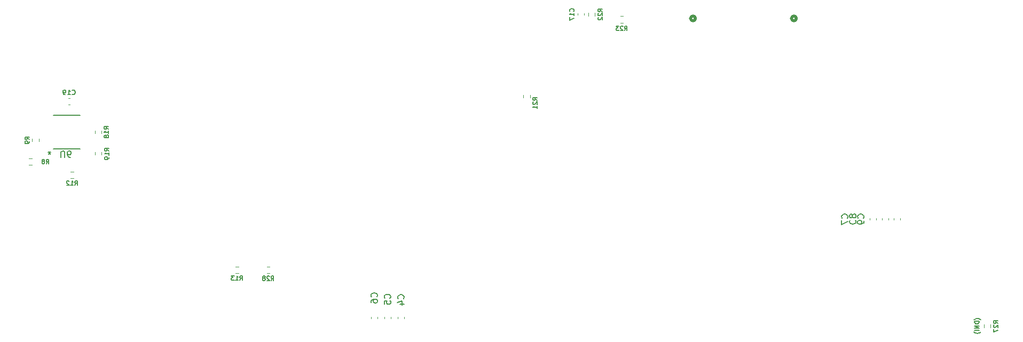
<source format=gbr>
%TF.GenerationSoftware,KiCad,Pcbnew,8.0.6*%
%TF.CreationDate,2025-03-03T14:32:59-05:00*%
%TF.ProjectId,SiPM_Bias_Board,5369504d-5f42-4696-9173-5f426f617264,rev?*%
%TF.SameCoordinates,Original*%
%TF.FileFunction,Legend,Bot*%
%TF.FilePolarity,Positive*%
%FSLAX46Y46*%
G04 Gerber Fmt 4.6, Leading zero omitted, Abs format (unit mm)*
G04 Created by KiCad (PCBNEW 8.0.6) date 2025-03-03 14:32:59*
%MOMM*%
%LPD*%
G01*
G04 APERTURE LIST*
%ADD10C,0.175000*%
%ADD11C,0.150000*%
%ADD12C,0.508000*%
%ADD13C,0.120000*%
%ADD14C,0.152400*%
G04 APERTURE END LIST*
D10*
X231591900Y-115381797D02*
X231558566Y-115348464D01*
X231558566Y-115348464D02*
X231458566Y-115281797D01*
X231458566Y-115281797D02*
X231391900Y-115248464D01*
X231391900Y-115248464D02*
X231291900Y-115215131D01*
X231291900Y-115215131D02*
X231125233Y-115181797D01*
X231125233Y-115181797D02*
X230991900Y-115181797D01*
X230991900Y-115181797D02*
X230825233Y-115215131D01*
X230825233Y-115215131D02*
X230725233Y-115248464D01*
X230725233Y-115248464D02*
X230658566Y-115281797D01*
X230658566Y-115281797D02*
X230558566Y-115348464D01*
X230558566Y-115348464D02*
X230525233Y-115381797D01*
X231325233Y-115648464D02*
X230625233Y-115648464D01*
X230625233Y-115648464D02*
X230625233Y-115815131D01*
X230625233Y-115815131D02*
X230658566Y-115915131D01*
X230658566Y-115915131D02*
X230725233Y-115981798D01*
X230725233Y-115981798D02*
X230791900Y-116015131D01*
X230791900Y-116015131D02*
X230925233Y-116048464D01*
X230925233Y-116048464D02*
X231025233Y-116048464D01*
X231025233Y-116048464D02*
X231158566Y-116015131D01*
X231158566Y-116015131D02*
X231225233Y-115981798D01*
X231225233Y-115981798D02*
X231291900Y-115915131D01*
X231291900Y-115915131D02*
X231325233Y-115815131D01*
X231325233Y-115815131D02*
X231325233Y-115648464D01*
X231325233Y-116348464D02*
X230625233Y-116348464D01*
X230625233Y-116348464D02*
X231325233Y-116748464D01*
X231325233Y-116748464D02*
X230625233Y-116748464D01*
X231325233Y-117081797D02*
X230625233Y-117081797D01*
X231591900Y-117348464D02*
X231558566Y-117381797D01*
X231558566Y-117381797D02*
X231458566Y-117448464D01*
X231458566Y-117448464D02*
X231391900Y-117481797D01*
X231391900Y-117481797D02*
X231291900Y-117515130D01*
X231291900Y-117515130D02*
X231125233Y-117548464D01*
X231125233Y-117548464D02*
X230991900Y-117548464D01*
X230991900Y-117548464D02*
X230825233Y-117515130D01*
X230825233Y-117515130D02*
X230725233Y-117481797D01*
X230725233Y-117481797D02*
X230658566Y-117448464D01*
X230658566Y-117448464D02*
X230558566Y-117381797D01*
X230558566Y-117381797D02*
X230525233Y-117348464D01*
D11*
X93366033Y-88609999D02*
X93032700Y-88376666D01*
X93366033Y-88209999D02*
X92666033Y-88209999D01*
X92666033Y-88209999D02*
X92666033Y-88476666D01*
X92666033Y-88476666D02*
X92699366Y-88543333D01*
X92699366Y-88543333D02*
X92732700Y-88576666D01*
X92732700Y-88576666D02*
X92799366Y-88609999D01*
X92799366Y-88609999D02*
X92899366Y-88609999D01*
X92899366Y-88609999D02*
X92966033Y-88576666D01*
X92966033Y-88576666D02*
X92999366Y-88543333D01*
X92999366Y-88543333D02*
X93032700Y-88476666D01*
X93032700Y-88476666D02*
X93032700Y-88209999D01*
X93366033Y-89276666D02*
X93366033Y-88876666D01*
X93366033Y-89076666D02*
X92666033Y-89076666D01*
X92666033Y-89076666D02*
X92766033Y-89009999D01*
X92766033Y-89009999D02*
X92832700Y-88943333D01*
X92832700Y-88943333D02*
X92866033Y-88876666D01*
X93366033Y-89610000D02*
X93366033Y-89743333D01*
X93366033Y-89743333D02*
X93332700Y-89810000D01*
X93332700Y-89810000D02*
X93299366Y-89843333D01*
X93299366Y-89843333D02*
X93199366Y-89910000D01*
X93199366Y-89910000D02*
X93066033Y-89943333D01*
X93066033Y-89943333D02*
X92799366Y-89943333D01*
X92799366Y-89943333D02*
X92732700Y-89910000D01*
X92732700Y-89910000D02*
X92699366Y-89876666D01*
X92699366Y-89876666D02*
X92666033Y-89810000D01*
X92666033Y-89810000D02*
X92666033Y-89676666D01*
X92666033Y-89676666D02*
X92699366Y-89610000D01*
X92699366Y-89610000D02*
X92732700Y-89576666D01*
X92732700Y-89576666D02*
X92799366Y-89543333D01*
X92799366Y-89543333D02*
X92966033Y-89543333D01*
X92966033Y-89543333D02*
X93032700Y-89576666D01*
X93032700Y-89576666D02*
X93066033Y-89610000D01*
X93066033Y-89610000D02*
X93099366Y-89676666D01*
X93099366Y-89676666D02*
X93099366Y-89810000D01*
X93099366Y-89810000D02*
X93066033Y-89876666D01*
X93066033Y-89876666D02*
X93032700Y-89910000D01*
X93032700Y-89910000D02*
X92966033Y-89943333D01*
X212989580Y-99263333D02*
X213037200Y-99215714D01*
X213037200Y-99215714D02*
X213084819Y-99072857D01*
X213084819Y-99072857D02*
X213084819Y-98977619D01*
X213084819Y-98977619D02*
X213037200Y-98834762D01*
X213037200Y-98834762D02*
X212941961Y-98739524D01*
X212941961Y-98739524D02*
X212846723Y-98691905D01*
X212846723Y-98691905D02*
X212656247Y-98644286D01*
X212656247Y-98644286D02*
X212513390Y-98644286D01*
X212513390Y-98644286D02*
X212322914Y-98691905D01*
X212322914Y-98691905D02*
X212227676Y-98739524D01*
X212227676Y-98739524D02*
X212132438Y-98834762D01*
X212132438Y-98834762D02*
X212084819Y-98977619D01*
X212084819Y-98977619D02*
X212084819Y-99072857D01*
X212084819Y-99072857D02*
X212132438Y-99215714D01*
X212132438Y-99215714D02*
X212180057Y-99263333D01*
X213084819Y-99739524D02*
X213084819Y-99930000D01*
X213084819Y-99930000D02*
X213037200Y-100025238D01*
X213037200Y-100025238D02*
X212989580Y-100072857D01*
X212989580Y-100072857D02*
X212846723Y-100168095D01*
X212846723Y-100168095D02*
X212656247Y-100215714D01*
X212656247Y-100215714D02*
X212275295Y-100215714D01*
X212275295Y-100215714D02*
X212180057Y-100168095D01*
X212180057Y-100168095D02*
X212132438Y-100120476D01*
X212132438Y-100120476D02*
X212084819Y-100025238D01*
X212084819Y-100025238D02*
X212084819Y-99834762D01*
X212084819Y-99834762D02*
X212132438Y-99739524D01*
X212132438Y-99739524D02*
X212180057Y-99691905D01*
X212180057Y-99691905D02*
X212275295Y-99644286D01*
X212275295Y-99644286D02*
X212513390Y-99644286D01*
X212513390Y-99644286D02*
X212608628Y-99691905D01*
X212608628Y-99691905D02*
X212656247Y-99739524D01*
X212656247Y-99739524D02*
X212703866Y-99834762D01*
X212703866Y-99834762D02*
X212703866Y-100025238D01*
X212703866Y-100025238D02*
X212656247Y-100120476D01*
X212656247Y-100120476D02*
X212608628Y-100168095D01*
X212608628Y-100168095D02*
X212513390Y-100215714D01*
X85768095Y-89615180D02*
X85768095Y-88805657D01*
X85768095Y-88805657D02*
X85815714Y-88710419D01*
X85815714Y-88710419D02*
X85863333Y-88662800D01*
X85863333Y-88662800D02*
X85958571Y-88615180D01*
X85958571Y-88615180D02*
X86149047Y-88615180D01*
X86149047Y-88615180D02*
X86244285Y-88662800D01*
X86244285Y-88662800D02*
X86291904Y-88710419D01*
X86291904Y-88710419D02*
X86339523Y-88805657D01*
X86339523Y-88805657D02*
X86339523Y-89615180D01*
X87244285Y-89615180D02*
X87053809Y-89615180D01*
X87053809Y-89615180D02*
X86958571Y-89567561D01*
X86958571Y-89567561D02*
X86910952Y-89519942D01*
X86910952Y-89519942D02*
X86815714Y-89377085D01*
X86815714Y-89377085D02*
X86768095Y-89186609D01*
X86768095Y-89186609D02*
X86768095Y-88805657D01*
X86768095Y-88805657D02*
X86815714Y-88710419D01*
X86815714Y-88710419D02*
X86863333Y-88662800D01*
X86863333Y-88662800D02*
X86958571Y-88615180D01*
X86958571Y-88615180D02*
X87149047Y-88615180D01*
X87149047Y-88615180D02*
X87244285Y-88662800D01*
X87244285Y-88662800D02*
X87291904Y-88710419D01*
X87291904Y-88710419D02*
X87339523Y-88805657D01*
X87339523Y-88805657D02*
X87339523Y-89043752D01*
X87339523Y-89043752D02*
X87291904Y-89138990D01*
X87291904Y-89138990D02*
X87244285Y-89186609D01*
X87244285Y-89186609D02*
X87149047Y-89234228D01*
X87149047Y-89234228D02*
X86958571Y-89234228D01*
X86958571Y-89234228D02*
X86863333Y-89186609D01*
X86863333Y-89186609D02*
X86815714Y-89138990D01*
X86815714Y-89138990D02*
X86768095Y-89043752D01*
X83912199Y-88671619D02*
X83912199Y-88909714D01*
X84150294Y-88814476D02*
X83912199Y-88909714D01*
X83912199Y-88909714D02*
X83674104Y-88814476D01*
X84055056Y-89100190D02*
X83912199Y-88909714D01*
X83912199Y-88909714D02*
X83769342Y-89100190D01*
X210449580Y-99263333D02*
X210497200Y-99215714D01*
X210497200Y-99215714D02*
X210544819Y-99072857D01*
X210544819Y-99072857D02*
X210544819Y-98977619D01*
X210544819Y-98977619D02*
X210497200Y-98834762D01*
X210497200Y-98834762D02*
X210401961Y-98739524D01*
X210401961Y-98739524D02*
X210306723Y-98691905D01*
X210306723Y-98691905D02*
X210116247Y-98644286D01*
X210116247Y-98644286D02*
X209973390Y-98644286D01*
X209973390Y-98644286D02*
X209782914Y-98691905D01*
X209782914Y-98691905D02*
X209687676Y-98739524D01*
X209687676Y-98739524D02*
X209592438Y-98834762D01*
X209592438Y-98834762D02*
X209544819Y-98977619D01*
X209544819Y-98977619D02*
X209544819Y-99072857D01*
X209544819Y-99072857D02*
X209592438Y-99215714D01*
X209592438Y-99215714D02*
X209640057Y-99263333D01*
X209544819Y-99596667D02*
X209544819Y-100263333D01*
X209544819Y-100263333D02*
X210544819Y-99834762D01*
X135819580Y-111768333D02*
X135867200Y-111720714D01*
X135867200Y-111720714D02*
X135914819Y-111577857D01*
X135914819Y-111577857D02*
X135914819Y-111482619D01*
X135914819Y-111482619D02*
X135867200Y-111339762D01*
X135867200Y-111339762D02*
X135771961Y-111244524D01*
X135771961Y-111244524D02*
X135676723Y-111196905D01*
X135676723Y-111196905D02*
X135486247Y-111149286D01*
X135486247Y-111149286D02*
X135343390Y-111149286D01*
X135343390Y-111149286D02*
X135152914Y-111196905D01*
X135152914Y-111196905D02*
X135057676Y-111244524D01*
X135057676Y-111244524D02*
X134962438Y-111339762D01*
X134962438Y-111339762D02*
X134914819Y-111482619D01*
X134914819Y-111482619D02*
X134914819Y-111577857D01*
X134914819Y-111577857D02*
X134962438Y-111720714D01*
X134962438Y-111720714D02*
X135010057Y-111768333D01*
X134914819Y-112625476D02*
X134914819Y-112435000D01*
X134914819Y-112435000D02*
X134962438Y-112339762D01*
X134962438Y-112339762D02*
X135010057Y-112292143D01*
X135010057Y-112292143D02*
X135152914Y-112196905D01*
X135152914Y-112196905D02*
X135343390Y-112149286D01*
X135343390Y-112149286D02*
X135724342Y-112149286D01*
X135724342Y-112149286D02*
X135819580Y-112196905D01*
X135819580Y-112196905D02*
X135867200Y-112244524D01*
X135867200Y-112244524D02*
X135914819Y-112339762D01*
X135914819Y-112339762D02*
X135914819Y-112530238D01*
X135914819Y-112530238D02*
X135867200Y-112625476D01*
X135867200Y-112625476D02*
X135819580Y-112673095D01*
X135819580Y-112673095D02*
X135724342Y-112720714D01*
X135724342Y-112720714D02*
X135486247Y-112720714D01*
X135486247Y-112720714D02*
X135391009Y-112673095D01*
X135391009Y-112673095D02*
X135343390Y-112625476D01*
X135343390Y-112625476D02*
X135295771Y-112530238D01*
X135295771Y-112530238D02*
X135295771Y-112339762D01*
X135295771Y-112339762D02*
X135343390Y-112244524D01*
X135343390Y-112244524D02*
X135391009Y-112196905D01*
X135391009Y-112196905D02*
X135486247Y-112149286D01*
X80716033Y-86783333D02*
X80382700Y-86550000D01*
X80716033Y-86383333D02*
X80016033Y-86383333D01*
X80016033Y-86383333D02*
X80016033Y-86650000D01*
X80016033Y-86650000D02*
X80049366Y-86716667D01*
X80049366Y-86716667D02*
X80082700Y-86750000D01*
X80082700Y-86750000D02*
X80149366Y-86783333D01*
X80149366Y-86783333D02*
X80249366Y-86783333D01*
X80249366Y-86783333D02*
X80316033Y-86750000D01*
X80316033Y-86750000D02*
X80349366Y-86716667D01*
X80349366Y-86716667D02*
X80382700Y-86650000D01*
X80382700Y-86650000D02*
X80382700Y-86383333D01*
X80716033Y-87116667D02*
X80716033Y-87250000D01*
X80716033Y-87250000D02*
X80682700Y-87316667D01*
X80682700Y-87316667D02*
X80649366Y-87350000D01*
X80649366Y-87350000D02*
X80549366Y-87416667D01*
X80549366Y-87416667D02*
X80416033Y-87450000D01*
X80416033Y-87450000D02*
X80149366Y-87450000D01*
X80149366Y-87450000D02*
X80082700Y-87416667D01*
X80082700Y-87416667D02*
X80049366Y-87383333D01*
X80049366Y-87383333D02*
X80016033Y-87316667D01*
X80016033Y-87316667D02*
X80016033Y-87183333D01*
X80016033Y-87183333D02*
X80049366Y-87116667D01*
X80049366Y-87116667D02*
X80082700Y-87083333D01*
X80082700Y-87083333D02*
X80149366Y-87050000D01*
X80149366Y-87050000D02*
X80316033Y-87050000D01*
X80316033Y-87050000D02*
X80382700Y-87083333D01*
X80382700Y-87083333D02*
X80416033Y-87116667D01*
X80416033Y-87116667D02*
X80449366Y-87183333D01*
X80449366Y-87183333D02*
X80449366Y-87316667D01*
X80449366Y-87316667D02*
X80416033Y-87383333D01*
X80416033Y-87383333D02*
X80382700Y-87416667D01*
X80382700Y-87416667D02*
X80316033Y-87450000D01*
X211719580Y-99596666D02*
X211767200Y-99644285D01*
X211767200Y-99644285D02*
X211814819Y-99787142D01*
X211814819Y-99787142D02*
X211814819Y-99882380D01*
X211814819Y-99882380D02*
X211767200Y-100025237D01*
X211767200Y-100025237D02*
X211671961Y-100120475D01*
X211671961Y-100120475D02*
X211576723Y-100168094D01*
X211576723Y-100168094D02*
X211386247Y-100215713D01*
X211386247Y-100215713D02*
X211243390Y-100215713D01*
X211243390Y-100215713D02*
X211052914Y-100168094D01*
X211052914Y-100168094D02*
X210957676Y-100120475D01*
X210957676Y-100120475D02*
X210862438Y-100025237D01*
X210862438Y-100025237D02*
X210814819Y-99882380D01*
X210814819Y-99882380D02*
X210814819Y-99787142D01*
X210814819Y-99787142D02*
X210862438Y-99644285D01*
X210862438Y-99644285D02*
X210910057Y-99596666D01*
X211243390Y-99025237D02*
X211195771Y-99120475D01*
X211195771Y-99120475D02*
X211148152Y-99168094D01*
X211148152Y-99168094D02*
X211052914Y-99215713D01*
X211052914Y-99215713D02*
X211005295Y-99215713D01*
X211005295Y-99215713D02*
X210910057Y-99168094D01*
X210910057Y-99168094D02*
X210862438Y-99120475D01*
X210862438Y-99120475D02*
X210814819Y-99025237D01*
X210814819Y-99025237D02*
X210814819Y-98834761D01*
X210814819Y-98834761D02*
X210862438Y-98739523D01*
X210862438Y-98739523D02*
X210910057Y-98691904D01*
X210910057Y-98691904D02*
X211005295Y-98644285D01*
X211005295Y-98644285D02*
X211052914Y-98644285D01*
X211052914Y-98644285D02*
X211148152Y-98691904D01*
X211148152Y-98691904D02*
X211195771Y-98739523D01*
X211195771Y-98739523D02*
X211243390Y-98834761D01*
X211243390Y-98834761D02*
X211243390Y-99025237D01*
X211243390Y-99025237D02*
X211291009Y-99120475D01*
X211291009Y-99120475D02*
X211338628Y-99168094D01*
X211338628Y-99168094D02*
X211433866Y-99215713D01*
X211433866Y-99215713D02*
X211624342Y-99215713D01*
X211624342Y-99215713D02*
X211719580Y-99168094D01*
X211719580Y-99168094D02*
X211767200Y-99120475D01*
X211767200Y-99120475D02*
X211814819Y-99025237D01*
X211814819Y-99025237D02*
X211814819Y-98834761D01*
X211814819Y-98834761D02*
X211767200Y-98739523D01*
X211767200Y-98739523D02*
X211719580Y-98691904D01*
X211719580Y-98691904D02*
X211624342Y-98644285D01*
X211624342Y-98644285D02*
X211433866Y-98644285D01*
X211433866Y-98644285D02*
X211338628Y-98691904D01*
X211338628Y-98691904D02*
X211291009Y-98739523D01*
X211291009Y-98739523D02*
X211243390Y-98834761D01*
X83406666Y-90636033D02*
X83639999Y-90302700D01*
X83806666Y-90636033D02*
X83806666Y-89936033D01*
X83806666Y-89936033D02*
X83539999Y-89936033D01*
X83539999Y-89936033D02*
X83473333Y-89969366D01*
X83473333Y-89969366D02*
X83439999Y-90002700D01*
X83439999Y-90002700D02*
X83406666Y-90069366D01*
X83406666Y-90069366D02*
X83406666Y-90169366D01*
X83406666Y-90169366D02*
X83439999Y-90236033D01*
X83439999Y-90236033D02*
X83473333Y-90269366D01*
X83473333Y-90269366D02*
X83539999Y-90302700D01*
X83539999Y-90302700D02*
X83806666Y-90302700D01*
X83006666Y-90236033D02*
X83073333Y-90202700D01*
X83073333Y-90202700D02*
X83106666Y-90169366D01*
X83106666Y-90169366D02*
X83139999Y-90102700D01*
X83139999Y-90102700D02*
X83139999Y-90069366D01*
X83139999Y-90069366D02*
X83106666Y-90002700D01*
X83106666Y-90002700D02*
X83073333Y-89969366D01*
X83073333Y-89969366D02*
X83006666Y-89936033D01*
X83006666Y-89936033D02*
X82873333Y-89936033D01*
X82873333Y-89936033D02*
X82806666Y-89969366D01*
X82806666Y-89969366D02*
X82773333Y-90002700D01*
X82773333Y-90002700D02*
X82739999Y-90069366D01*
X82739999Y-90069366D02*
X82739999Y-90102700D01*
X82739999Y-90102700D02*
X82773333Y-90169366D01*
X82773333Y-90169366D02*
X82806666Y-90202700D01*
X82806666Y-90202700D02*
X82873333Y-90236033D01*
X82873333Y-90236033D02*
X83006666Y-90236033D01*
X83006666Y-90236033D02*
X83073333Y-90269366D01*
X83073333Y-90269366D02*
X83106666Y-90302700D01*
X83106666Y-90302700D02*
X83139999Y-90369366D01*
X83139999Y-90369366D02*
X83139999Y-90502700D01*
X83139999Y-90502700D02*
X83106666Y-90569366D01*
X83106666Y-90569366D02*
X83073333Y-90602700D01*
X83073333Y-90602700D02*
X83006666Y-90636033D01*
X83006666Y-90636033D02*
X82873333Y-90636033D01*
X82873333Y-90636033D02*
X82806666Y-90602700D01*
X82806666Y-90602700D02*
X82773333Y-90569366D01*
X82773333Y-90569366D02*
X82739999Y-90502700D01*
X82739999Y-90502700D02*
X82739999Y-90369366D01*
X82739999Y-90369366D02*
X82773333Y-90302700D01*
X82773333Y-90302700D02*
X82806666Y-90269366D01*
X82806666Y-90269366D02*
X82873333Y-90236033D01*
X234346033Y-115959999D02*
X234012700Y-115726666D01*
X234346033Y-115559999D02*
X233646033Y-115559999D01*
X233646033Y-115559999D02*
X233646033Y-115826666D01*
X233646033Y-115826666D02*
X233679366Y-115893333D01*
X233679366Y-115893333D02*
X233712700Y-115926666D01*
X233712700Y-115926666D02*
X233779366Y-115959999D01*
X233779366Y-115959999D02*
X233879366Y-115959999D01*
X233879366Y-115959999D02*
X233946033Y-115926666D01*
X233946033Y-115926666D02*
X233979366Y-115893333D01*
X233979366Y-115893333D02*
X234012700Y-115826666D01*
X234012700Y-115826666D02*
X234012700Y-115559999D01*
X233712700Y-116226666D02*
X233679366Y-116259999D01*
X233679366Y-116259999D02*
X233646033Y-116326666D01*
X233646033Y-116326666D02*
X233646033Y-116493333D01*
X233646033Y-116493333D02*
X233679366Y-116559999D01*
X233679366Y-116559999D02*
X233712700Y-116593333D01*
X233712700Y-116593333D02*
X233779366Y-116626666D01*
X233779366Y-116626666D02*
X233846033Y-116626666D01*
X233846033Y-116626666D02*
X233946033Y-116593333D01*
X233946033Y-116593333D02*
X234346033Y-116193333D01*
X234346033Y-116193333D02*
X234346033Y-116626666D01*
X233646033Y-116860000D02*
X233646033Y-117326666D01*
X233646033Y-117326666D02*
X234346033Y-117026666D01*
X140049580Y-112048333D02*
X140097200Y-112000714D01*
X140097200Y-112000714D02*
X140144819Y-111857857D01*
X140144819Y-111857857D02*
X140144819Y-111762619D01*
X140144819Y-111762619D02*
X140097200Y-111619762D01*
X140097200Y-111619762D02*
X140001961Y-111524524D01*
X140001961Y-111524524D02*
X139906723Y-111476905D01*
X139906723Y-111476905D02*
X139716247Y-111429286D01*
X139716247Y-111429286D02*
X139573390Y-111429286D01*
X139573390Y-111429286D02*
X139382914Y-111476905D01*
X139382914Y-111476905D02*
X139287676Y-111524524D01*
X139287676Y-111524524D02*
X139192438Y-111619762D01*
X139192438Y-111619762D02*
X139144819Y-111762619D01*
X139144819Y-111762619D02*
X139144819Y-111857857D01*
X139144819Y-111857857D02*
X139192438Y-112000714D01*
X139192438Y-112000714D02*
X139240057Y-112048333D01*
X139478152Y-112905476D02*
X140144819Y-112905476D01*
X139097200Y-112667381D02*
X139811485Y-112429286D01*
X139811485Y-112429286D02*
X139811485Y-113048333D01*
X137919580Y-111988333D02*
X137967200Y-111940714D01*
X137967200Y-111940714D02*
X138014819Y-111797857D01*
X138014819Y-111797857D02*
X138014819Y-111702619D01*
X138014819Y-111702619D02*
X137967200Y-111559762D01*
X137967200Y-111559762D02*
X137871961Y-111464524D01*
X137871961Y-111464524D02*
X137776723Y-111416905D01*
X137776723Y-111416905D02*
X137586247Y-111369286D01*
X137586247Y-111369286D02*
X137443390Y-111369286D01*
X137443390Y-111369286D02*
X137252914Y-111416905D01*
X137252914Y-111416905D02*
X137157676Y-111464524D01*
X137157676Y-111464524D02*
X137062438Y-111559762D01*
X137062438Y-111559762D02*
X137014819Y-111702619D01*
X137014819Y-111702619D02*
X137014819Y-111797857D01*
X137014819Y-111797857D02*
X137062438Y-111940714D01*
X137062438Y-111940714D02*
X137110057Y-111988333D01*
X137014819Y-112893095D02*
X137014819Y-112416905D01*
X137014819Y-112416905D02*
X137491009Y-112369286D01*
X137491009Y-112369286D02*
X137443390Y-112416905D01*
X137443390Y-112416905D02*
X137395771Y-112512143D01*
X137395771Y-112512143D02*
X137395771Y-112750238D01*
X137395771Y-112750238D02*
X137443390Y-112845476D01*
X137443390Y-112845476D02*
X137491009Y-112893095D01*
X137491009Y-112893095D02*
X137586247Y-112940714D01*
X137586247Y-112940714D02*
X137824342Y-112940714D01*
X137824342Y-112940714D02*
X137919580Y-112893095D01*
X137919580Y-112893095D02*
X137967200Y-112845476D01*
X137967200Y-112845476D02*
X138014819Y-112750238D01*
X138014819Y-112750238D02*
X138014819Y-112512143D01*
X138014819Y-112512143D02*
X137967200Y-112416905D01*
X137967200Y-112416905D02*
X137919580Y-112369286D01*
X161276033Y-80549999D02*
X160942700Y-80316666D01*
X161276033Y-80149999D02*
X160576033Y-80149999D01*
X160576033Y-80149999D02*
X160576033Y-80416666D01*
X160576033Y-80416666D02*
X160609366Y-80483333D01*
X160609366Y-80483333D02*
X160642700Y-80516666D01*
X160642700Y-80516666D02*
X160709366Y-80549999D01*
X160709366Y-80549999D02*
X160809366Y-80549999D01*
X160809366Y-80549999D02*
X160876033Y-80516666D01*
X160876033Y-80516666D02*
X160909366Y-80483333D01*
X160909366Y-80483333D02*
X160942700Y-80416666D01*
X160942700Y-80416666D02*
X160942700Y-80149999D01*
X160642700Y-80816666D02*
X160609366Y-80849999D01*
X160609366Y-80849999D02*
X160576033Y-80916666D01*
X160576033Y-80916666D02*
X160576033Y-81083333D01*
X160576033Y-81083333D02*
X160609366Y-81149999D01*
X160609366Y-81149999D02*
X160642700Y-81183333D01*
X160642700Y-81183333D02*
X160709366Y-81216666D01*
X160709366Y-81216666D02*
X160776033Y-81216666D01*
X160776033Y-81216666D02*
X160876033Y-81183333D01*
X160876033Y-81183333D02*
X161276033Y-80783333D01*
X161276033Y-80783333D02*
X161276033Y-81216666D01*
X161276033Y-81883333D02*
X161276033Y-81483333D01*
X161276033Y-81683333D02*
X160576033Y-81683333D01*
X160576033Y-81683333D02*
X160676033Y-81616666D01*
X160676033Y-81616666D02*
X160742700Y-81550000D01*
X160742700Y-81550000D02*
X160776033Y-81483333D01*
X175115000Y-69506033D02*
X175348333Y-69172700D01*
X175515000Y-69506033D02*
X175515000Y-68806033D01*
X175515000Y-68806033D02*
X175248333Y-68806033D01*
X175248333Y-68806033D02*
X175181667Y-68839366D01*
X175181667Y-68839366D02*
X175148333Y-68872700D01*
X175148333Y-68872700D02*
X175115000Y-68939366D01*
X175115000Y-68939366D02*
X175115000Y-69039366D01*
X175115000Y-69039366D02*
X175148333Y-69106033D01*
X175148333Y-69106033D02*
X175181667Y-69139366D01*
X175181667Y-69139366D02*
X175248333Y-69172700D01*
X175248333Y-69172700D02*
X175515000Y-69172700D01*
X174848333Y-68872700D02*
X174815000Y-68839366D01*
X174815000Y-68839366D02*
X174748333Y-68806033D01*
X174748333Y-68806033D02*
X174581667Y-68806033D01*
X174581667Y-68806033D02*
X174515000Y-68839366D01*
X174515000Y-68839366D02*
X174481667Y-68872700D01*
X174481667Y-68872700D02*
X174448333Y-68939366D01*
X174448333Y-68939366D02*
X174448333Y-69006033D01*
X174448333Y-69006033D02*
X174481667Y-69106033D01*
X174481667Y-69106033D02*
X174881667Y-69506033D01*
X174881667Y-69506033D02*
X174448333Y-69506033D01*
X174215000Y-68806033D02*
X173781666Y-68806033D01*
X173781666Y-68806033D02*
X174015000Y-69072700D01*
X174015000Y-69072700D02*
X173915000Y-69072700D01*
X173915000Y-69072700D02*
X173848333Y-69106033D01*
X173848333Y-69106033D02*
X173815000Y-69139366D01*
X173815000Y-69139366D02*
X173781666Y-69206033D01*
X173781666Y-69206033D02*
X173781666Y-69372700D01*
X173781666Y-69372700D02*
X173815000Y-69439366D01*
X173815000Y-69439366D02*
X173848333Y-69472700D01*
X173848333Y-69472700D02*
X173915000Y-69506033D01*
X173915000Y-69506033D02*
X174115000Y-69506033D01*
X174115000Y-69506033D02*
X174181666Y-69472700D01*
X174181666Y-69472700D02*
X174215000Y-69439366D01*
X114110000Y-109136033D02*
X114343333Y-108802700D01*
X114510000Y-109136033D02*
X114510000Y-108436033D01*
X114510000Y-108436033D02*
X114243333Y-108436033D01*
X114243333Y-108436033D02*
X114176667Y-108469366D01*
X114176667Y-108469366D02*
X114143333Y-108502700D01*
X114143333Y-108502700D02*
X114110000Y-108569366D01*
X114110000Y-108569366D02*
X114110000Y-108669366D01*
X114110000Y-108669366D02*
X114143333Y-108736033D01*
X114143333Y-108736033D02*
X114176667Y-108769366D01*
X114176667Y-108769366D02*
X114243333Y-108802700D01*
X114243333Y-108802700D02*
X114510000Y-108802700D01*
X113443333Y-109136033D02*
X113843333Y-109136033D01*
X113643333Y-109136033D02*
X113643333Y-108436033D01*
X113643333Y-108436033D02*
X113710000Y-108536033D01*
X113710000Y-108536033D02*
X113776667Y-108602700D01*
X113776667Y-108602700D02*
X113843333Y-108636033D01*
X113210000Y-108436033D02*
X112776666Y-108436033D01*
X112776666Y-108436033D02*
X113010000Y-108702700D01*
X113010000Y-108702700D02*
X112910000Y-108702700D01*
X112910000Y-108702700D02*
X112843333Y-108736033D01*
X112843333Y-108736033D02*
X112810000Y-108769366D01*
X112810000Y-108769366D02*
X112776666Y-108836033D01*
X112776666Y-108836033D02*
X112776666Y-109002700D01*
X112776666Y-109002700D02*
X112810000Y-109069366D01*
X112810000Y-109069366D02*
X112843333Y-109102700D01*
X112843333Y-109102700D02*
X112910000Y-109136033D01*
X112910000Y-109136033D02*
X113110000Y-109136033D01*
X113110000Y-109136033D02*
X113176666Y-109102700D01*
X113176666Y-109102700D02*
X113210000Y-109069366D01*
X87960000Y-94056033D02*
X88193333Y-93722700D01*
X88360000Y-94056033D02*
X88360000Y-93356033D01*
X88360000Y-93356033D02*
X88093333Y-93356033D01*
X88093333Y-93356033D02*
X88026667Y-93389366D01*
X88026667Y-93389366D02*
X87993333Y-93422700D01*
X87993333Y-93422700D02*
X87960000Y-93489366D01*
X87960000Y-93489366D02*
X87960000Y-93589366D01*
X87960000Y-93589366D02*
X87993333Y-93656033D01*
X87993333Y-93656033D02*
X88026667Y-93689366D01*
X88026667Y-93689366D02*
X88093333Y-93722700D01*
X88093333Y-93722700D02*
X88360000Y-93722700D01*
X87293333Y-94056033D02*
X87693333Y-94056033D01*
X87493333Y-94056033D02*
X87493333Y-93356033D01*
X87493333Y-93356033D02*
X87560000Y-93456033D01*
X87560000Y-93456033D02*
X87626667Y-93522700D01*
X87626667Y-93522700D02*
X87693333Y-93556033D01*
X87026666Y-93422700D02*
X86993333Y-93389366D01*
X86993333Y-93389366D02*
X86926666Y-93356033D01*
X86926666Y-93356033D02*
X86760000Y-93356033D01*
X86760000Y-93356033D02*
X86693333Y-93389366D01*
X86693333Y-93389366D02*
X86660000Y-93422700D01*
X86660000Y-93422700D02*
X86626666Y-93489366D01*
X86626666Y-93489366D02*
X86626666Y-93556033D01*
X86626666Y-93556033D02*
X86660000Y-93656033D01*
X86660000Y-93656033D02*
X87060000Y-94056033D01*
X87060000Y-94056033D02*
X86626666Y-94056033D01*
X93296033Y-85159999D02*
X92962700Y-84926666D01*
X93296033Y-84759999D02*
X92596033Y-84759999D01*
X92596033Y-84759999D02*
X92596033Y-85026666D01*
X92596033Y-85026666D02*
X92629366Y-85093333D01*
X92629366Y-85093333D02*
X92662700Y-85126666D01*
X92662700Y-85126666D02*
X92729366Y-85159999D01*
X92729366Y-85159999D02*
X92829366Y-85159999D01*
X92829366Y-85159999D02*
X92896033Y-85126666D01*
X92896033Y-85126666D02*
X92929366Y-85093333D01*
X92929366Y-85093333D02*
X92962700Y-85026666D01*
X92962700Y-85026666D02*
X92962700Y-84759999D01*
X93296033Y-85826666D02*
X93296033Y-85426666D01*
X93296033Y-85626666D02*
X92596033Y-85626666D01*
X92596033Y-85626666D02*
X92696033Y-85559999D01*
X92696033Y-85559999D02*
X92762700Y-85493333D01*
X92762700Y-85493333D02*
X92796033Y-85426666D01*
X92896033Y-86226666D02*
X92862700Y-86160000D01*
X92862700Y-86160000D02*
X92829366Y-86126666D01*
X92829366Y-86126666D02*
X92762700Y-86093333D01*
X92762700Y-86093333D02*
X92729366Y-86093333D01*
X92729366Y-86093333D02*
X92662700Y-86126666D01*
X92662700Y-86126666D02*
X92629366Y-86160000D01*
X92629366Y-86160000D02*
X92596033Y-86226666D01*
X92596033Y-86226666D02*
X92596033Y-86360000D01*
X92596033Y-86360000D02*
X92629366Y-86426666D01*
X92629366Y-86426666D02*
X92662700Y-86460000D01*
X92662700Y-86460000D02*
X92729366Y-86493333D01*
X92729366Y-86493333D02*
X92762700Y-86493333D01*
X92762700Y-86493333D02*
X92829366Y-86460000D01*
X92829366Y-86460000D02*
X92862700Y-86426666D01*
X92862700Y-86426666D02*
X92896033Y-86360000D01*
X92896033Y-86360000D02*
X92896033Y-86226666D01*
X92896033Y-86226666D02*
X92929366Y-86160000D01*
X92929366Y-86160000D02*
X92962700Y-86126666D01*
X92962700Y-86126666D02*
X93029366Y-86093333D01*
X93029366Y-86093333D02*
X93162700Y-86093333D01*
X93162700Y-86093333D02*
X93229366Y-86126666D01*
X93229366Y-86126666D02*
X93262700Y-86160000D01*
X93262700Y-86160000D02*
X93296033Y-86226666D01*
X93296033Y-86226666D02*
X93296033Y-86360000D01*
X93296033Y-86360000D02*
X93262700Y-86426666D01*
X93262700Y-86426666D02*
X93229366Y-86460000D01*
X93229366Y-86460000D02*
X93162700Y-86493333D01*
X93162700Y-86493333D02*
X93029366Y-86493333D01*
X93029366Y-86493333D02*
X92962700Y-86460000D01*
X92962700Y-86460000D02*
X92929366Y-86426666D01*
X92929366Y-86426666D02*
X92896033Y-86360000D01*
X167024366Y-66469999D02*
X167057700Y-66436666D01*
X167057700Y-66436666D02*
X167091033Y-66336666D01*
X167091033Y-66336666D02*
X167091033Y-66269999D01*
X167091033Y-66269999D02*
X167057700Y-66169999D01*
X167057700Y-66169999D02*
X166991033Y-66103333D01*
X166991033Y-66103333D02*
X166924366Y-66069999D01*
X166924366Y-66069999D02*
X166791033Y-66036666D01*
X166791033Y-66036666D02*
X166691033Y-66036666D01*
X166691033Y-66036666D02*
X166557700Y-66069999D01*
X166557700Y-66069999D02*
X166491033Y-66103333D01*
X166491033Y-66103333D02*
X166424366Y-66169999D01*
X166424366Y-66169999D02*
X166391033Y-66269999D01*
X166391033Y-66269999D02*
X166391033Y-66336666D01*
X166391033Y-66336666D02*
X166424366Y-66436666D01*
X166424366Y-66436666D02*
X166457700Y-66469999D01*
X167091033Y-67136666D02*
X167091033Y-66736666D01*
X167091033Y-66936666D02*
X166391033Y-66936666D01*
X166391033Y-66936666D02*
X166491033Y-66869999D01*
X166491033Y-66869999D02*
X166557700Y-66803333D01*
X166557700Y-66803333D02*
X166591033Y-66736666D01*
X166391033Y-67370000D02*
X166391033Y-67836666D01*
X166391033Y-67836666D02*
X167091033Y-67536666D01*
X87512143Y-79607735D02*
X87547857Y-79643450D01*
X87547857Y-79643450D02*
X87655000Y-79679164D01*
X87655000Y-79679164D02*
X87726428Y-79679164D01*
X87726428Y-79679164D02*
X87833571Y-79643450D01*
X87833571Y-79643450D02*
X87905000Y-79572021D01*
X87905000Y-79572021D02*
X87940714Y-79500592D01*
X87940714Y-79500592D02*
X87976428Y-79357735D01*
X87976428Y-79357735D02*
X87976428Y-79250592D01*
X87976428Y-79250592D02*
X87940714Y-79107735D01*
X87940714Y-79107735D02*
X87905000Y-79036307D01*
X87905000Y-79036307D02*
X87833571Y-78964878D01*
X87833571Y-78964878D02*
X87726428Y-78929164D01*
X87726428Y-78929164D02*
X87655000Y-78929164D01*
X87655000Y-78929164D02*
X87547857Y-78964878D01*
X87547857Y-78964878D02*
X87512143Y-79000592D01*
X86797857Y-79679164D02*
X87226428Y-79679164D01*
X87012143Y-79679164D02*
X87012143Y-78929164D01*
X87012143Y-78929164D02*
X87083571Y-79036307D01*
X87083571Y-79036307D02*
X87155000Y-79107735D01*
X87155000Y-79107735D02*
X87226428Y-79143450D01*
X86440714Y-79679164D02*
X86297857Y-79679164D01*
X86297857Y-79679164D02*
X86226428Y-79643450D01*
X86226428Y-79643450D02*
X86190714Y-79607735D01*
X86190714Y-79607735D02*
X86119285Y-79500592D01*
X86119285Y-79500592D02*
X86083571Y-79357735D01*
X86083571Y-79357735D02*
X86083571Y-79072021D01*
X86083571Y-79072021D02*
X86119285Y-79000592D01*
X86119285Y-79000592D02*
X86155000Y-78964878D01*
X86155000Y-78964878D02*
X86226428Y-78929164D01*
X86226428Y-78929164D02*
X86369285Y-78929164D01*
X86369285Y-78929164D02*
X86440714Y-78964878D01*
X86440714Y-78964878D02*
X86476428Y-79000592D01*
X86476428Y-79000592D02*
X86512142Y-79072021D01*
X86512142Y-79072021D02*
X86512142Y-79250592D01*
X86512142Y-79250592D02*
X86476428Y-79322021D01*
X86476428Y-79322021D02*
X86440714Y-79357735D01*
X86440714Y-79357735D02*
X86369285Y-79393450D01*
X86369285Y-79393450D02*
X86226428Y-79393450D01*
X86226428Y-79393450D02*
X86155000Y-79357735D01*
X86155000Y-79357735D02*
X86119285Y-79322021D01*
X86119285Y-79322021D02*
X86083571Y-79250592D01*
X171611033Y-66479999D02*
X171277700Y-66246666D01*
X171611033Y-66079999D02*
X170911033Y-66079999D01*
X170911033Y-66079999D02*
X170911033Y-66346666D01*
X170911033Y-66346666D02*
X170944366Y-66413333D01*
X170944366Y-66413333D02*
X170977700Y-66446666D01*
X170977700Y-66446666D02*
X171044366Y-66479999D01*
X171044366Y-66479999D02*
X171144366Y-66479999D01*
X171144366Y-66479999D02*
X171211033Y-66446666D01*
X171211033Y-66446666D02*
X171244366Y-66413333D01*
X171244366Y-66413333D02*
X171277700Y-66346666D01*
X171277700Y-66346666D02*
X171277700Y-66079999D01*
X170977700Y-66746666D02*
X170944366Y-66779999D01*
X170944366Y-66779999D02*
X170911033Y-66846666D01*
X170911033Y-66846666D02*
X170911033Y-67013333D01*
X170911033Y-67013333D02*
X170944366Y-67079999D01*
X170944366Y-67079999D02*
X170977700Y-67113333D01*
X170977700Y-67113333D02*
X171044366Y-67146666D01*
X171044366Y-67146666D02*
X171111033Y-67146666D01*
X171111033Y-67146666D02*
X171211033Y-67113333D01*
X171211033Y-67113333D02*
X171611033Y-66713333D01*
X171611033Y-66713333D02*
X171611033Y-67146666D01*
X170977700Y-67413333D02*
X170944366Y-67446666D01*
X170944366Y-67446666D02*
X170911033Y-67513333D01*
X170911033Y-67513333D02*
X170911033Y-67680000D01*
X170911033Y-67680000D02*
X170944366Y-67746666D01*
X170944366Y-67746666D02*
X170977700Y-67780000D01*
X170977700Y-67780000D02*
X171044366Y-67813333D01*
X171044366Y-67813333D02*
X171111033Y-67813333D01*
X171111033Y-67813333D02*
X171211033Y-67780000D01*
X171211033Y-67780000D02*
X171611033Y-67380000D01*
X171611033Y-67380000D02*
X171611033Y-67813333D01*
X119060001Y-109166033D02*
X119293334Y-108832700D01*
X119460001Y-109166033D02*
X119460001Y-108466033D01*
X119460001Y-108466033D02*
X119193334Y-108466033D01*
X119193334Y-108466033D02*
X119126668Y-108499366D01*
X119126668Y-108499366D02*
X119093334Y-108532700D01*
X119093334Y-108532700D02*
X119060001Y-108599366D01*
X119060001Y-108599366D02*
X119060001Y-108699366D01*
X119060001Y-108699366D02*
X119093334Y-108766033D01*
X119093334Y-108766033D02*
X119126668Y-108799366D01*
X119126668Y-108799366D02*
X119193334Y-108832700D01*
X119193334Y-108832700D02*
X119460001Y-108832700D01*
X118793334Y-108532700D02*
X118760001Y-108499366D01*
X118760001Y-108499366D02*
X118693334Y-108466033D01*
X118693334Y-108466033D02*
X118526668Y-108466033D01*
X118526668Y-108466033D02*
X118460001Y-108499366D01*
X118460001Y-108499366D02*
X118426668Y-108532700D01*
X118426668Y-108532700D02*
X118393334Y-108599366D01*
X118393334Y-108599366D02*
X118393334Y-108666033D01*
X118393334Y-108666033D02*
X118426668Y-108766033D01*
X118426668Y-108766033D02*
X118826668Y-109166033D01*
X118826668Y-109166033D02*
X118393334Y-109166033D01*
X117993334Y-108766033D02*
X118060001Y-108732700D01*
X118060001Y-108732700D02*
X118093334Y-108699366D01*
X118093334Y-108699366D02*
X118126667Y-108632700D01*
X118126667Y-108632700D02*
X118126667Y-108599366D01*
X118126667Y-108599366D02*
X118093334Y-108532700D01*
X118093334Y-108532700D02*
X118060001Y-108499366D01*
X118060001Y-108499366D02*
X117993334Y-108466033D01*
X117993334Y-108466033D02*
X117860001Y-108466033D01*
X117860001Y-108466033D02*
X117793334Y-108499366D01*
X117793334Y-108499366D02*
X117760001Y-108532700D01*
X117760001Y-108532700D02*
X117726667Y-108599366D01*
X117726667Y-108599366D02*
X117726667Y-108632700D01*
X117726667Y-108632700D02*
X117760001Y-108699366D01*
X117760001Y-108699366D02*
X117793334Y-108732700D01*
X117793334Y-108732700D02*
X117860001Y-108766033D01*
X117860001Y-108766033D02*
X117993334Y-108766033D01*
X117993334Y-108766033D02*
X118060001Y-108799366D01*
X118060001Y-108799366D02*
X118093334Y-108832700D01*
X118093334Y-108832700D02*
X118126667Y-108899366D01*
X118126667Y-108899366D02*
X118126667Y-109032700D01*
X118126667Y-109032700D02*
X118093334Y-109099366D01*
X118093334Y-109099366D02*
X118060001Y-109132700D01*
X118060001Y-109132700D02*
X117993334Y-109166033D01*
X117993334Y-109166033D02*
X117860001Y-109166033D01*
X117860001Y-109166033D02*
X117793334Y-109132700D01*
X117793334Y-109132700D02*
X117760001Y-109099366D01*
X117760001Y-109099366D02*
X117726667Y-109032700D01*
X117726667Y-109032700D02*
X117726667Y-108899366D01*
X117726667Y-108899366D02*
X117760001Y-108832700D01*
X117760001Y-108832700D02*
X117793334Y-108799366D01*
X117793334Y-108799366D02*
X117860001Y-108766033D01*
D12*
%TO.C,P2*%
X186355400Y-67580000D02*
G75*
G02*
X185593400Y-67580000I-381000J0D01*
G01*
X185593400Y-67580000D02*
G75*
G02*
X186355400Y-67580000I381000J0D01*
G01*
%TO.C,P1*%
X202355400Y-67580000D02*
G75*
G02*
X201593400Y-67580000I-381000J0D01*
G01*
X201593400Y-67580000D02*
G75*
G02*
X202355400Y-67580000I381000J0D01*
G01*
D13*
%TO.C,R19*%
X91137500Y-89237258D02*
X91137500Y-88762742D01*
X92182500Y-89237258D02*
X92182500Y-88762742D01*
%TO.C,C9*%
X217835000Y-99289420D02*
X217835000Y-99570580D01*
X218855000Y-99289420D02*
X218855000Y-99570580D01*
D14*
%TO.C,U6*%
X84509100Y-88238900D02*
X88750900Y-88238900D01*
X88750900Y-82981100D02*
X84509100Y-82981100D01*
D13*
%TO.C,C7*%
X214025000Y-99289420D02*
X214025000Y-99570580D01*
X215045000Y-99289420D02*
X215045000Y-99570580D01*
%TO.C,C6*%
X134950000Y-115215580D02*
X134950000Y-114934420D01*
X135970000Y-115215580D02*
X135970000Y-114934420D01*
%TO.C,R9*%
X81197500Y-87127258D02*
X81197500Y-86652742D01*
X82242500Y-87127258D02*
X82242500Y-86652742D01*
%TO.C,C8*%
X215930000Y-99289420D02*
X215930000Y-99570580D01*
X216950000Y-99289420D02*
X216950000Y-99570580D01*
%TO.C,R8*%
X80642742Y-89807500D02*
X81117258Y-89807500D01*
X80642742Y-90852500D02*
X81117258Y-90852500D01*
%TO.C,R27*%
X232077500Y-116172742D02*
X232077500Y-116647258D01*
X233122500Y-116172742D02*
X233122500Y-116647258D01*
%TO.C,C4*%
X139190000Y-115215580D02*
X139190000Y-114934420D01*
X140210000Y-115215580D02*
X140210000Y-114934420D01*
%TO.C,C5*%
X137060000Y-115215580D02*
X137060000Y-114934420D01*
X138080000Y-115215580D02*
X138080000Y-114934420D01*
%TO.C,R21*%
X159067500Y-80187258D02*
X159067500Y-79712742D01*
X160112500Y-80187258D02*
X160112500Y-79712742D01*
%TO.C,R23*%
X174902258Y-67237500D02*
X174427742Y-67237500D01*
X174902258Y-68282500D02*
X174427742Y-68282500D01*
%TO.C,R13*%
X113897258Y-106957500D02*
X113422742Y-106957500D01*
X113897258Y-108002500D02*
X113422742Y-108002500D01*
%TO.C,R12*%
X87262742Y-91887500D02*
X87737258Y-91887500D01*
X87262742Y-92932500D02*
X87737258Y-92932500D01*
%TO.C,R18*%
X91137500Y-85847258D02*
X91137500Y-85372742D01*
X92182500Y-85847258D02*
X92182500Y-85372742D01*
%TO.C,C17*%
X167695000Y-67060580D02*
X167695000Y-66779420D01*
X168715000Y-67060580D02*
X168715000Y-66779420D01*
%TO.C,C19*%
X86889420Y-80260000D02*
X87170580Y-80260000D01*
X86889420Y-81280000D02*
X87170580Y-81280000D01*
%TO.C,R22*%
X169362500Y-67167258D02*
X169362500Y-66692742D01*
X170407500Y-67167258D02*
X170407500Y-66692742D01*
%TO.C,R28*%
X118372742Y-106957500D02*
X118847258Y-106957500D01*
X118372742Y-108002500D02*
X118847258Y-108002500D01*
%TD*%
M02*

</source>
